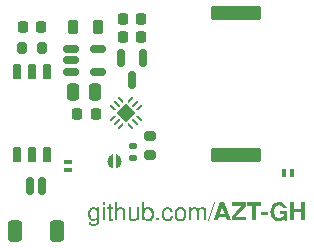
<source format=gbr>
%TF.GenerationSoftware,KiCad,Pcbnew,9.0.6*%
%TF.CreationDate,2025-12-27T16:00:58+00:00*%
%TF.ProjectId,AZUltra,415a556c-7472-4612-9e6b-696361645f70,rev?*%
%TF.SameCoordinates,Original*%
%TF.FileFunction,Soldermask,Top*%
%TF.FilePolarity,Negative*%
%FSLAX46Y46*%
G04 Gerber Fmt 4.6, Leading zero omitted, Abs format (unit mm)*
G04 Created by KiCad (PCBNEW 9.0.6) date 2025-12-27 16:00:58*
%MOMM*%
%LPD*%
G01*
G04 APERTURE LIST*
G04 Aperture macros list*
%AMRoundRect*
0 Rectangle with rounded corners*
0 $1 Rounding radius*
0 $2 $3 $4 $5 $6 $7 $8 $9 X,Y pos of 4 corners*
0 Add a 4 corners polygon primitive as box body*
4,1,4,$2,$3,$4,$5,$6,$7,$8,$9,$2,$3,0*
0 Add four circle primitives for the rounded corners*
1,1,$1+$1,$2,$3*
1,1,$1+$1,$4,$5*
1,1,$1+$1,$6,$7*
1,1,$1+$1,$8,$9*
0 Add four rect primitives between the rounded corners*
20,1,$1+$1,$2,$3,$4,$5,0*
20,1,$1+$1,$4,$5,$6,$7,0*
20,1,$1+$1,$6,$7,$8,$9,0*
20,1,$1+$1,$8,$9,$2,$3,0*%
%AMRotRect*
0 Rectangle, with rotation*
0 The origin of the aperture is its center*
0 $1 length*
0 $2 width*
0 $3 Rotation angle, in degrees counterclockwise*
0 Add horizontal line*
21,1,$1,$2,0,0,$3*%
%AMFreePoly0*
4,1,14,0.168787,0.091213,0.291213,-0.031213,0.300000,-0.052426,0.300001,-0.070000,0.291213,-0.091213,0.270000,-0.100000,-0.270000,-0.100000,-0.291213,-0.091213,-0.300001,-0.070000,-0.300001,0.070000,-0.291213,0.091213,-0.270000,0.100000,0.147574,0.100000,0.168787,0.091213,0.168787,0.091213,$1*%
%AMFreePoly1*
4,1,14,0.291213,0.091213,0.300001,0.070000,0.300000,0.052426,0.291213,0.031213,0.168787,-0.091213,0.147574,-0.100000,-0.270000,-0.100000,-0.291213,-0.091213,-0.300001,-0.070000,-0.300001,0.070000,-0.291213,0.091213,-0.270000,0.100000,0.270000,0.100000,0.291213,0.091213,0.291213,0.091213,$1*%
%AMFreePoly2*
4,1,14,0.091213,0.291213,0.100000,0.270000,0.100000,-0.270000,0.091213,-0.291213,0.070000,-0.300001,-0.070000,-0.300001,-0.091213,-0.291213,-0.100000,-0.270000,-0.100000,0.147574,-0.091213,0.168787,0.031213,0.291213,0.052426,0.300000,0.070000,0.300001,0.091213,0.291213,0.091213,0.291213,$1*%
%AMFreePoly3*
4,1,14,-0.031213,0.291213,0.091213,0.168787,0.100000,0.147574,0.100000,-0.270000,0.091213,-0.291213,0.070000,-0.300001,-0.070000,-0.300001,-0.091213,-0.291213,-0.100000,-0.270000,-0.100000,0.270000,-0.091213,0.291213,-0.070000,0.300001,-0.052426,0.300000,-0.031213,0.291213,-0.031213,0.291213,$1*%
%AMFreePoly4*
4,1,14,0.291213,0.091213,0.300001,0.070000,0.300001,-0.070000,0.291213,-0.091213,0.270000,-0.100000,-0.147574,-0.100000,-0.168787,-0.091213,-0.291213,0.031213,-0.300000,0.052426,-0.300001,0.070000,-0.291213,0.091213,-0.270000,0.100000,0.270000,0.100000,0.291213,0.091213,0.291213,0.091213,$1*%
%AMFreePoly5*
4,1,14,0.291213,0.091213,0.300001,0.070000,0.300001,-0.070000,0.291213,-0.091213,0.270000,-0.100000,-0.270000,-0.100000,-0.291213,-0.091213,-0.300001,-0.070000,-0.300000,-0.052426,-0.291213,-0.031213,-0.168787,0.091213,-0.147574,0.100000,0.270000,0.100000,0.291213,0.091213,0.291213,0.091213,$1*%
%AMFreePoly6*
4,1,14,0.091213,0.291213,0.100000,0.270000,0.100000,-0.147574,0.091213,-0.168787,-0.031213,-0.291213,-0.052426,-0.300000,-0.070000,-0.300001,-0.091213,-0.291213,-0.100000,-0.270000,-0.100000,0.270000,-0.091213,0.291213,-0.070000,0.300001,0.070000,0.300001,0.091213,0.291213,0.091213,0.291213,$1*%
%AMFreePoly7*
4,1,14,0.091213,0.291213,0.100000,0.270000,0.100000,-0.270000,0.091213,-0.291213,0.070000,-0.300001,0.052426,-0.300000,0.031213,-0.291213,-0.091213,-0.168787,-0.100000,-0.147574,-0.100000,0.270000,-0.091213,0.291213,-0.070000,0.300001,0.070000,0.300001,0.091213,0.291213,0.091213,0.291213,$1*%
G04 Aperture macros list end*
%ADD10C,0.300000*%
%ADD11C,0.187500*%
%ADD12RoundRect,0.218750X0.218750X0.381250X-0.218750X0.381250X-0.218750X-0.381250X0.218750X-0.381250X0*%
%ADD13RoundRect,0.135000X0.185000X-0.135000X0.185000X0.135000X-0.185000X0.135000X-0.185000X-0.135000X0*%
%ADD14RoundRect,0.218750X0.218750X0.256250X-0.218750X0.256250X-0.218750X-0.256250X0.218750X-0.256250X0*%
%ADD15RoundRect,0.150000X-0.150000X0.587500X-0.150000X-0.587500X0.150000X-0.587500X0.150000X0.587500X0*%
%ADD16RoundRect,0.114000X0.266000X0.521000X-0.266000X0.521000X-0.266000X-0.521000X0.266000X-0.521000X0*%
%ADD17RoundRect,0.180000X-1.920000X-0.420000X1.920000X-0.420000X1.920000X0.420000X-1.920000X0.420000X0*%
%ADD18RoundRect,0.100000X-0.100000X-0.250000X0.100000X-0.250000X0.100000X0.250000X-0.100000X0.250000X0*%
%ADD19RoundRect,0.150000X-0.512500X-0.150000X0.512500X-0.150000X0.512500X0.150000X-0.512500X0.150000X0*%
%ADD20RoundRect,0.225000X0.225000X0.250000X-0.225000X0.250000X-0.225000X-0.250000X0.225000X-0.250000X0*%
%ADD21RoundRect,0.250000X0.250000X0.475000X-0.250000X0.475000X-0.250000X-0.475000X0.250000X-0.475000X0*%
%ADD22RoundRect,0.225000X-0.225000X-0.250000X0.225000X-0.250000X0.225000X0.250000X-0.225000X0.250000X0*%
%ADD23FreePoly0,225.000000*%
%ADD24RoundRect,0.050000X0.141421X0.212132X-0.212132X-0.141421X-0.141421X-0.212132X0.212132X0.141421X0*%
%ADD25FreePoly1,225.000000*%
%ADD26FreePoly2,225.000000*%
%ADD27RoundRect,0.050000X-0.141421X0.212132X-0.212132X0.141421X0.141421X-0.212132X0.212132X-0.141421X0*%
%ADD28FreePoly3,225.000000*%
%ADD29FreePoly4,225.000000*%
%ADD30FreePoly5,225.000000*%
%ADD31FreePoly6,225.000000*%
%ADD32FreePoly7,225.000000*%
%ADD33RotRect,1.100000X1.100000X225.000000*%
%ADD34RoundRect,0.150000X-0.150000X-0.625000X0.150000X-0.625000X0.150000X0.625000X-0.150000X0.625000X0*%
%ADD35RoundRect,0.250000X-0.350000X-0.650000X0.350000X-0.650000X0.350000X0.650000X-0.350000X0.650000X0*%
%ADD36RoundRect,0.200000X0.275000X-0.200000X0.275000X0.200000X-0.275000X0.200000X-0.275000X-0.200000X0*%
%ADD37RoundRect,0.100000X-0.250000X0.100000X-0.250000X-0.100000X0.250000X-0.100000X0.250000X0.100000X0*%
%ADD38RoundRect,0.200000X-0.200000X-0.275000X0.200000X-0.275000X0.200000X0.275000X-0.200000X0.275000X0*%
G04 APERTURE END LIST*
D10*
G36*
X162026264Y-92545000D02*
G01*
X161702856Y-92545000D01*
X161602015Y-92234323D01*
X161028746Y-92234323D01*
X160925889Y-92545000D01*
X160604588Y-92545000D01*
X160808311Y-91971914D01*
X161116948Y-91971914D01*
X161515919Y-91971914D01*
X161316434Y-91375290D01*
X161116948Y-91971914D01*
X160808311Y-91971914D01*
X161148456Y-91015062D01*
X161497051Y-91015062D01*
X162026264Y-92545000D01*
G37*
G36*
X163303960Y-91015062D02*
G01*
X162153118Y-91015062D01*
X162153118Y-91277562D01*
X162936405Y-91277562D01*
X162153118Y-92282591D01*
X162153118Y-92545000D01*
X163303960Y-92545000D01*
X163303960Y-92282591D01*
X162522780Y-92282591D01*
X163303960Y-91277562D01*
X163303960Y-91015062D01*
G37*
G36*
X164180944Y-91277562D02*
G01*
X164628183Y-91277562D01*
X164628183Y-91015062D01*
X163401779Y-91015062D01*
X163401779Y-91277562D01*
X163865963Y-91277562D01*
X163865963Y-92545000D01*
X164180944Y-92545000D01*
X164180944Y-91277562D01*
G37*
G36*
X165174982Y-91827750D02*
G01*
X164603820Y-91827750D01*
X164603820Y-92111224D01*
X165174982Y-92111224D01*
X165174982Y-91827750D01*
G37*
G36*
X166804296Y-91724344D02*
G01*
X166191093Y-91724344D01*
X166191093Y-91986844D01*
X166539689Y-91986844D01*
X166530962Y-92044552D01*
X166516418Y-92093217D01*
X166476643Y-92162425D01*
X166464126Y-92177811D01*
X166396259Y-92242005D01*
X166312124Y-92290116D01*
X166265546Y-92306732D01*
X166217237Y-92317722D01*
X166151251Y-92323166D01*
X166101058Y-92320272D01*
X166053070Y-92311741D01*
X165964168Y-92278517D01*
X165885494Y-92224516D01*
X165818632Y-92150289D01*
X165765935Y-92056442D01*
X165730331Y-91944190D01*
X165719882Y-91881619D01*
X165714877Y-91815637D01*
X165714453Y-91789465D01*
X165717360Y-91714526D01*
X165725984Y-91644564D01*
X165739509Y-91582268D01*
X165758041Y-91524920D01*
X165780367Y-91474798D01*
X165807058Y-91429533D01*
X165836767Y-91390693D01*
X165870315Y-91356635D01*
X165906643Y-91328151D01*
X165946437Y-91304478D01*
X166035475Y-91272207D01*
X166138517Y-91260452D01*
X166142825Y-91260435D01*
X166198906Y-91263354D01*
X166251662Y-91272066D01*
X166298974Y-91285812D01*
X166342850Y-91304768D01*
X166413751Y-91352850D01*
X166446787Y-91385567D01*
X166473134Y-91423639D01*
X166508182Y-91506082D01*
X166804296Y-91506082D01*
X166794173Y-91445771D01*
X166778683Y-91388622D01*
X166758188Y-91335194D01*
X166732753Y-91285127D01*
X166667824Y-91195680D01*
X166584581Y-91120699D01*
X166483272Y-91061158D01*
X166364036Y-91018667D01*
X166227257Y-90995373D01*
X166140718Y-90991615D01*
X166069530Y-90994517D01*
X166001032Y-91003109D01*
X165935679Y-91017141D01*
X165873302Y-91036471D01*
X165814177Y-91060872D01*
X165758326Y-91090212D01*
X165656956Y-91163124D01*
X165570223Y-91254243D01*
X165499420Y-91362750D01*
X165446127Y-91487820D01*
X165412152Y-91628484D01*
X165402998Y-91704449D01*
X165399426Y-91783533D01*
X165399380Y-91793678D01*
X165402276Y-91871040D01*
X165410823Y-91945769D01*
X165424879Y-92017917D01*
X165444207Y-92086935D01*
X165468616Y-92152636D01*
X165497878Y-92214725D01*
X165531668Y-92272787D01*
X165569857Y-92326786D01*
X165611921Y-92376150D01*
X165657907Y-92421043D01*
X165707085Y-92460849D01*
X165759701Y-92495823D01*
X165814882Y-92525420D01*
X165873030Y-92549860D01*
X165933239Y-92568741D01*
X165995972Y-92582162D01*
X166115531Y-92591894D01*
X166184123Y-92588924D01*
X166247777Y-92579860D01*
X166301742Y-92566127D01*
X166352294Y-92546985D01*
X166397908Y-92523358D01*
X166440955Y-92494429D01*
X166521347Y-92419066D01*
X166577516Y-92346247D01*
X166615343Y-92547839D01*
X166804296Y-92547839D01*
X166804296Y-91724344D01*
G37*
G36*
X168011374Y-91852021D02*
G01*
X168011374Y-92545000D01*
X168326356Y-92545000D01*
X168326356Y-91015062D01*
X168009268Y-91015062D01*
X168009268Y-91589521D01*
X167404492Y-91589521D01*
X167404492Y-91015062D01*
X167089510Y-91015062D01*
X167089510Y-92545000D01*
X167404492Y-92545000D01*
X167404492Y-91852021D01*
X168011374Y-91852021D01*
G37*
D11*
G36*
X150511672Y-91422557D02*
G01*
X150553510Y-91434714D01*
X150592769Y-91452190D01*
X150631976Y-91476689D01*
X150669062Y-91507467D01*
X150709514Y-91550700D01*
X150748316Y-91602619D01*
X150748316Y-91442976D01*
X150910066Y-91442976D01*
X150910066Y-92363191D01*
X150903907Y-92534608D01*
X150883092Y-92673633D01*
X150848223Y-92776113D01*
X150823751Y-92820942D01*
X150794569Y-92861538D01*
X150744715Y-92909826D01*
X150705035Y-92936314D01*
X150660197Y-92958652D01*
X150608665Y-92977224D01*
X150552588Y-92990839D01*
X150491602Y-92999334D01*
X150427015Y-93002222D01*
X150409868Y-93002000D01*
X150296987Y-92988146D01*
X150202210Y-92955034D01*
X150125766Y-92905381D01*
X150067630Y-92840945D01*
X150045504Y-92803379D01*
X150028268Y-92762447D01*
X150016008Y-92717751D01*
X150009176Y-92669930D01*
X150187687Y-92669930D01*
X150194511Y-92705670D01*
X150220975Y-92768027D01*
X150240411Y-92792683D01*
X150264104Y-92813168D01*
X150294538Y-92830665D01*
X150330106Y-92843443D01*
X150377185Y-92852361D01*
X150431228Y-92855310D01*
X150519247Y-92847900D01*
X150591719Y-92824060D01*
X150621128Y-92805952D01*
X150646753Y-92783362D01*
X150670001Y-92754217D01*
X150689274Y-92719580D01*
X150706645Y-92672964D01*
X150719261Y-92618556D01*
X150728553Y-92541210D01*
X150731555Y-92451210D01*
X150731555Y-92394607D01*
X150656207Y-92489126D01*
X150585414Y-92546130D01*
X150547635Y-92565783D01*
X150507803Y-92579807D01*
X150461736Y-92588918D01*
X150412360Y-92591894D01*
X150362635Y-92588476D01*
X150317256Y-92579156D01*
X150273331Y-92564056D01*
X150230164Y-92542777D01*
X150189019Y-92515739D01*
X150149192Y-92482182D01*
X150112033Y-92442875D01*
X150068804Y-92385063D01*
X150040768Y-92336632D01*
X150017724Y-92284999D01*
X149998917Y-92227343D01*
X149985349Y-92165390D01*
X149976408Y-92092426D01*
X149973456Y-92013313D01*
X149973835Y-92002872D01*
X150156180Y-92002872D01*
X150156412Y-92024678D01*
X150169492Y-92156156D01*
X150199292Y-92257733D01*
X150242144Y-92333146D01*
X150296260Y-92386089D01*
X150327723Y-92404960D01*
X150362078Y-92418685D01*
X150400465Y-92427327D01*
X150441761Y-92430236D01*
X150517559Y-92420262D01*
X150552971Y-92407316D01*
X150585448Y-92389219D01*
X150615854Y-92365216D01*
X150642935Y-92335967D01*
X150667907Y-92299380D01*
X150688924Y-92257206D01*
X150706876Y-92206170D01*
X150720050Y-92149134D01*
X150728651Y-92082271D01*
X150731555Y-92009100D01*
X150731185Y-91980849D01*
X150717523Y-91848297D01*
X150687542Y-91746974D01*
X150644684Y-91672122D01*
X150590352Y-91619543D01*
X150558479Y-91600702D01*
X150523617Y-91587014D01*
X150484233Y-91578332D01*
X150441761Y-91575416D01*
X150368806Y-91585096D01*
X150333876Y-91597995D01*
X150301830Y-91616102D01*
X150271641Y-91640319D01*
X150244747Y-91669872D01*
X150219820Y-91707059D01*
X150198842Y-91749946D01*
X150180874Y-91802002D01*
X150167693Y-91860160D01*
X150159084Y-91928339D01*
X150156180Y-92002872D01*
X149973835Y-92002872D01*
X149976034Y-91942369D01*
X149997376Y-91804960D01*
X150037683Y-91686608D01*
X150093583Y-91589124D01*
X150162014Y-91513116D01*
X150240735Y-91458470D01*
X150328509Y-91425106D01*
X150375664Y-91416562D01*
X150424908Y-91413667D01*
X150511672Y-91422557D01*
G37*
G36*
X151381485Y-91442976D02*
G01*
X151207187Y-91442976D01*
X151207187Y-92545000D01*
X151381485Y-92545000D01*
X151381485Y-91442976D01*
G37*
G36*
X151381485Y-91015062D02*
G01*
X151205081Y-91015062D01*
X151205081Y-91235614D01*
X151381485Y-91235614D01*
X151381485Y-91015062D01*
G37*
G36*
X152065853Y-91442976D02*
G01*
X151885236Y-91442976D01*
X151885236Y-91140634D01*
X151710938Y-91140634D01*
X151710938Y-91442976D01*
X151561828Y-91442976D01*
X151561828Y-91585858D01*
X151710938Y-91585858D01*
X151710938Y-92417596D01*
X151713847Y-92454232D01*
X151722488Y-92486714D01*
X151735605Y-92513219D01*
X151753494Y-92535986D01*
X151802524Y-92569789D01*
X151873002Y-92588835D01*
X151923063Y-92591894D01*
X151987942Y-92588699D01*
X152061262Y-92578056D01*
X152065853Y-92577240D01*
X152065853Y-92430236D01*
X151981864Y-92438662D01*
X151940295Y-92435376D01*
X151911886Y-92424099D01*
X151899826Y-92411905D01*
X151891706Y-92395144D01*
X151885236Y-92339927D01*
X151885236Y-91585858D01*
X152065853Y-91585858D01*
X152065853Y-91442976D01*
G37*
G36*
X152249494Y-91015062D02*
G01*
X152249494Y-92545000D01*
X152423791Y-92545000D01*
X152423791Y-91938483D01*
X152426681Y-91879063D01*
X152435184Y-91823829D01*
X152448624Y-91774365D01*
X152466922Y-91729459D01*
X152488995Y-91690685D01*
X152515182Y-91656696D01*
X152544203Y-91628643D01*
X152576686Y-91605539D01*
X152611612Y-91587963D01*
X152649496Y-91575565D01*
X152722012Y-91566990D01*
X152763636Y-91569889D01*
X152803097Y-91578458D01*
X152839101Y-91592222D01*
X152871677Y-91611096D01*
X152877442Y-91615259D01*
X152902121Y-91637481D01*
X152921239Y-91663007D01*
X152943439Y-91722456D01*
X152948791Y-91783145D01*
X152948791Y-92545000D01*
X153123089Y-92545000D01*
X153123089Y-91713902D01*
X153120190Y-91667852D01*
X153111621Y-91625041D01*
X153098020Y-91586655D01*
X153079406Y-91551667D01*
X153028505Y-91493098D01*
X152959241Y-91449363D01*
X152870798Y-91421950D01*
X152776600Y-91413667D01*
X152713851Y-91416706D01*
X152657280Y-91426255D01*
X152613205Y-91439958D01*
X152571995Y-91459221D01*
X152497561Y-91513855D01*
X152423791Y-91596391D01*
X152423791Y-91015062D01*
X152249494Y-91015062D01*
G37*
G36*
X154281258Y-92545000D02*
G01*
X154281258Y-91442976D01*
X154106960Y-91442976D01*
X154106960Y-92067627D01*
X154104069Y-92126891D01*
X154095555Y-92182007D01*
X154082105Y-92231330D01*
X154063780Y-92276133D01*
X154041680Y-92314806D01*
X154015441Y-92348731D01*
X153986347Y-92376749D01*
X153953752Y-92399852D01*
X153918660Y-92417463D01*
X153880555Y-92429923D01*
X153806633Y-92438662D01*
X153763623Y-92435776D01*
X153724410Y-92427298D01*
X153690375Y-92414039D01*
X153660410Y-92396049D01*
X153635376Y-92374203D01*
X153614688Y-92348322D01*
X153587394Y-92285734D01*
X153579854Y-92222324D01*
X153579854Y-91442976D01*
X153405556Y-91442976D01*
X153405556Y-92291567D01*
X153408451Y-92336537D01*
X153416995Y-92378512D01*
X153430658Y-92416595D01*
X153449350Y-92451434D01*
X153500764Y-92510453D01*
X153570813Y-92554978D01*
X153659845Y-92583123D01*
X153756258Y-92591894D01*
X153816548Y-92589442D01*
X153871643Y-92580676D01*
X153916564Y-92567379D01*
X153958578Y-92548582D01*
X154033891Y-92495315D01*
X154107940Y-92413301D01*
X154123722Y-92391768D01*
X154123722Y-92545000D01*
X154281258Y-92545000D01*
G37*
G36*
X154723277Y-91594284D02*
G01*
X154728454Y-91586593D01*
X154792948Y-91510776D01*
X154866002Y-91458264D01*
X154907990Y-91439259D01*
X154953212Y-91425575D01*
X155006179Y-91416621D01*
X155063446Y-91413667D01*
X155105074Y-91415210D01*
X155208185Y-91434146D01*
X155254843Y-91451338D01*
X155298281Y-91473511D01*
X155338806Y-91500844D01*
X155375827Y-91532986D01*
X155410030Y-91570779D01*
X155440322Y-91613327D01*
X155467414Y-91662175D01*
X155490069Y-91715780D01*
X155508732Y-91776192D01*
X155522345Y-91841349D01*
X155530953Y-91913461D01*
X155533858Y-91990232D01*
X155529977Y-92078593D01*
X155506832Y-92213168D01*
X155465473Y-92327238D01*
X155408645Y-92420712D01*
X155338402Y-92493974D01*
X155255898Y-92547320D01*
X155210112Y-92566476D01*
X155161478Y-92580402D01*
X155109564Y-92588992D01*
X155055020Y-92591894D01*
X155039438Y-92591681D01*
X154939292Y-92578383D01*
X154853420Y-92544946D01*
X154813729Y-92519778D01*
X154776855Y-92489123D01*
X154740193Y-92449997D01*
X154706424Y-92404407D01*
X154706424Y-92545000D01*
X154548979Y-92545000D01*
X154548979Y-92002872D01*
X154723277Y-92002872D01*
X154723956Y-92036095D01*
X154739696Y-92157328D01*
X154773148Y-92255284D01*
X154820575Y-92330354D01*
X154879500Y-92383853D01*
X154949095Y-92416682D01*
X154988216Y-92425233D01*
X155029832Y-92428129D01*
X155043002Y-92427858D01*
X155084794Y-92423213D01*
X155124241Y-92412998D01*
X155161877Y-92397084D01*
X155196688Y-92375870D01*
X155229479Y-92348657D01*
X155258834Y-92316334D01*
X155285383Y-92277771D01*
X155307780Y-92234335D01*
X155326225Y-92184924D01*
X155339771Y-92131023D01*
X155348248Y-92072028D01*
X155351133Y-92009100D01*
X155349857Y-91964218D01*
X155332226Y-91845572D01*
X155296958Y-91749297D01*
X155247525Y-91675052D01*
X155186196Y-91621796D01*
X155151359Y-91602813D01*
X155113744Y-91588976D01*
X155073058Y-91580420D01*
X155029832Y-91577523D01*
X155023305Y-91577592D01*
X154982432Y-91581306D01*
X154944027Y-91590542D01*
X154907656Y-91605384D01*
X154874118Y-91625512D01*
X154842430Y-91651793D01*
X154814115Y-91683314D01*
X154788208Y-91721756D01*
X154766371Y-91765430D01*
X154748102Y-91816367D01*
X154734692Y-91872406D01*
X154726169Y-91935259D01*
X154723277Y-92002872D01*
X154548979Y-92002872D01*
X154548979Y-91015062D01*
X154723277Y-91015062D01*
X154723277Y-91594284D01*
G37*
G36*
X155959207Y-92326646D02*
G01*
X155740762Y-92326646D01*
X155740762Y-92545000D01*
X155959207Y-92545000D01*
X155959207Y-92326646D01*
G37*
G36*
X157130382Y-91814286D02*
G01*
X157121991Y-91744701D01*
X157108368Y-91685367D01*
X157091827Y-91639892D01*
X157070773Y-91599001D01*
X157056926Y-91577523D01*
X156994656Y-91512110D01*
X156913770Y-91460876D01*
X156816236Y-91426991D01*
X156762100Y-91417587D01*
X156705448Y-91413749D01*
X156695690Y-91413667D01*
X156639393Y-91416569D01*
X156585898Y-91425164D01*
X156535998Y-91439055D01*
X156489088Y-91458159D01*
X156405008Y-91511145D01*
X156333793Y-91583615D01*
X156276346Y-91675799D01*
X156234471Y-91788159D01*
X156210729Y-91920838D01*
X156206411Y-92013313D01*
X156209312Y-92087634D01*
X156217897Y-92157725D01*
X156231573Y-92221804D01*
X156250321Y-92281462D01*
X156273249Y-92335035D01*
X156300662Y-92384063D01*
X156331504Y-92427247D01*
X156366310Y-92465791D01*
X156404115Y-92498889D01*
X156445458Y-92527218D01*
X156489760Y-92550419D01*
X156537275Y-92568638D01*
X156641733Y-92589547D01*
X156693584Y-92591894D01*
X156753797Y-92588986D01*
X156810273Y-92580353D01*
X156861213Y-92566685D01*
X156908395Y-92547913D01*
X156950677Y-92524801D01*
X156989143Y-92497066D01*
X157053568Y-92428971D01*
X157101921Y-92343434D01*
X157133224Y-92239334D01*
X157143021Y-92166270D01*
X156966617Y-92166270D01*
X156954130Y-92223233D01*
X156936874Y-92273282D01*
X156917017Y-92312861D01*
X156893232Y-92346701D01*
X156867398Y-92373196D01*
X156838141Y-92394652D01*
X156770758Y-92422127D01*
X156697797Y-92430236D01*
X156653575Y-92427332D01*
X156612362Y-92418726D01*
X156575240Y-92405027D01*
X156541177Y-92386226D01*
X156482694Y-92333984D01*
X156436629Y-92261015D01*
X156404543Y-92165047D01*
X156389681Y-92043832D01*
X156389135Y-92013313D01*
X156392037Y-91939788D01*
X156400630Y-91872257D01*
X156413877Y-91813993D01*
X156431938Y-91761558D01*
X156453198Y-91717735D01*
X156478469Y-91679439D01*
X156505937Y-91648480D01*
X156536778Y-91622769D01*
X156569639Y-91603077D01*
X156605452Y-91588547D01*
X156685171Y-91575523D01*
X156693584Y-91575416D01*
X156738730Y-91578324D01*
X156780029Y-91586957D01*
X156815646Y-91600362D01*
X156847563Y-91618707D01*
X156898897Y-91668416D01*
X156935292Y-91736765D01*
X156954069Y-91814286D01*
X157130382Y-91814286D01*
G37*
G36*
X157845438Y-91417087D02*
G01*
X157952569Y-91439235D01*
X158043963Y-91480536D01*
X158084440Y-91508346D01*
X158121256Y-91540797D01*
X158155085Y-91578739D01*
X158184947Y-91621383D01*
X158211718Y-91670621D01*
X158234053Y-91724762D01*
X158252627Y-91786702D01*
X158266153Y-91853826D01*
X158274829Y-91929777D01*
X158277743Y-92011207D01*
X158273929Y-92097854D01*
X158251294Y-92227792D01*
X158210809Y-92336620D01*
X158154622Y-92425588D01*
X158083811Y-92495806D01*
X158042855Y-92524105D01*
X157998365Y-92547654D01*
X157949642Y-92566589D01*
X157897475Y-92580360D01*
X157840460Y-92588987D01*
X157780037Y-92591894D01*
X157716927Y-92588779D01*
X157610200Y-92566899D01*
X157518288Y-92525460D01*
X157477395Y-92497471D01*
X157440133Y-92464816D01*
X157405910Y-92426745D01*
X157375662Y-92384018D01*
X157348650Y-92335032D01*
X157326094Y-92281297D01*
X157307460Y-92220454D01*
X157293880Y-92154730D01*
X157285240Y-92081295D01*
X157282331Y-92002872D01*
X157465055Y-92002872D01*
X157465982Y-92042728D01*
X157482240Y-92163878D01*
X157515644Y-92260163D01*
X157562962Y-92333551D01*
X157622544Y-92386105D01*
X157657025Y-92404980D01*
X157694480Y-92418725D01*
X157735820Y-92427332D01*
X157780037Y-92430236D01*
X157791020Y-92430060D01*
X157872979Y-92416286D01*
X157910042Y-92401322D01*
X157944139Y-92381206D01*
X157975993Y-92355299D01*
X158004410Y-92324300D01*
X158030250Y-92286700D01*
X158052010Y-92243963D01*
X158070220Y-92193993D01*
X158083585Y-92138876D01*
X158092124Y-92076495D01*
X158095019Y-92009100D01*
X158093943Y-91964872D01*
X158077414Y-91841930D01*
X158044125Y-91745165D01*
X157997211Y-91671873D01*
X157938078Y-91619508D01*
X157903688Y-91600665D01*
X157866265Y-91586951D01*
X157824654Y-91578324D01*
X157780037Y-91575416D01*
X157767570Y-91575639D01*
X157685592Y-91589632D01*
X157648749Y-91604605D01*
X157614918Y-91624692D01*
X157583347Y-91650568D01*
X157555220Y-91681548D01*
X157529573Y-91719320D01*
X157507995Y-91762332D01*
X157489838Y-91813056D01*
X157476520Y-91869158D01*
X157467954Y-91933321D01*
X157465055Y-92002872D01*
X157282331Y-92002872D01*
X157286387Y-91911160D01*
X157309235Y-91779168D01*
X157349633Y-91669332D01*
X157405425Y-91580001D01*
X157475601Y-91509735D01*
X157516208Y-91481445D01*
X157560327Y-91457921D01*
X157608758Y-91438984D01*
X157660640Y-91425220D01*
X157717559Y-91416576D01*
X157777930Y-91413667D01*
X157845438Y-91417087D01*
G37*
G36*
X158520184Y-91442976D02*
G01*
X158520184Y-92545000D01*
X158696589Y-92545000D01*
X158696589Y-91853121D01*
X158707764Y-91769543D01*
X158740387Y-91693569D01*
X158764012Y-91660253D01*
X158791764Y-91631181D01*
X158822817Y-91607110D01*
X158856987Y-91588219D01*
X158892531Y-91575365D01*
X158930143Y-91568282D01*
X158954876Y-91566990D01*
X158996006Y-91569895D01*
X159032828Y-91578508D01*
X159063324Y-91591634D01*
X159089801Y-91609516D01*
X159129357Y-91657430D01*
X159152790Y-91723532D01*
X159158574Y-91787358D01*
X159158574Y-92545000D01*
X159334979Y-92545000D01*
X159334979Y-91854494D01*
X159346154Y-91770289D01*
X159378727Y-91693996D01*
X159402291Y-91660604D01*
X159429969Y-91631475D01*
X159460941Y-91607357D01*
X159495024Y-91588417D01*
X159530515Y-91575497D01*
X159568076Y-91568339D01*
X159593357Y-91566990D01*
X159633411Y-91569888D01*
X159669532Y-91578450D01*
X159700061Y-91591663D01*
X159726715Y-91609647D01*
X159767087Y-91658032D01*
X159791119Y-91724223D01*
X159797056Y-91787358D01*
X159797056Y-92545000D01*
X159973368Y-92545000D01*
X159973368Y-91720222D01*
X159970454Y-91667576D01*
X159961779Y-91619582D01*
X159948482Y-91578854D01*
X159930281Y-91542399D01*
X159908304Y-91511541D01*
X159881969Y-91484763D01*
X159817040Y-91443972D01*
X159733143Y-91419706D01*
X159654173Y-91413667D01*
X159592235Y-91416715D01*
X159536660Y-91426329D01*
X159493654Y-91440062D01*
X159453266Y-91459391D01*
X159378307Y-91515165D01*
X159316111Y-91581736D01*
X159288152Y-91537397D01*
X159257149Y-91500270D01*
X159226560Y-91473051D01*
X159192835Y-91451184D01*
X159117031Y-91423319D01*
X159019997Y-91413667D01*
X158964179Y-91415848D01*
X158912841Y-91424254D01*
X158869981Y-91437383D01*
X158829854Y-91456002D01*
X158757525Y-91509211D01*
X158687190Y-91590978D01*
X158681934Y-91598406D01*
X158681934Y-91442976D01*
X158520184Y-91442976D01*
G37*
G36*
X160602416Y-91015062D02*
G01*
X160104710Y-92586032D01*
X160220206Y-92586032D01*
X160717912Y-91015062D01*
X160602416Y-91015062D01*
G37*
D12*
%TO.C,L1*%
X150820000Y-76140000D03*
X148695000Y-76140000D03*
%TD*%
D13*
%TO.C,R3*%
X153740000Y-87230000D03*
X153740000Y-86210000D03*
%TD*%
D14*
%TO.C,D1*%
X146000000Y-76200000D03*
X144425000Y-76200000D03*
%TD*%
D15*
%TO.C,Q1*%
X154625000Y-78750000D03*
X152725000Y-78750000D03*
X153675000Y-80625000D03*
%TD*%
D16*
%TO.C,SW1*%
X146460000Y-86990000D03*
X145190000Y-86990000D03*
X143920000Y-86990000D03*
X146500000Y-80000000D03*
X145230000Y-80000000D03*
X143960000Y-80000000D03*
%TD*%
D17*
%TO.C,BZ1*%
X162500000Y-87000000D03*
X162500000Y-75000000D03*
%TD*%
D18*
%TO.C,D2*%
X166525000Y-88550000D03*
X167225000Y-88550000D03*
%TD*%
D19*
%TO.C,U1*%
X148500000Y-78050000D03*
X148500000Y-79000000D03*
X148500000Y-79950000D03*
X150775000Y-79950000D03*
X150775000Y-78050000D03*
%TD*%
D20*
%TO.C,C5*%
X150600000Y-83500000D03*
X149050000Y-83500000D03*
%TD*%
D21*
%TO.C,C4*%
X150550000Y-81700000D03*
X148650000Y-81700000D03*
%TD*%
D22*
%TO.C,C3*%
X152900000Y-75500000D03*
X154450000Y-75500000D03*
%TD*%
D23*
%TO.C,U2*%
X154253554Y-83053553D03*
D24*
X153900000Y-82700000D03*
D25*
X153546447Y-82346446D03*
D26*
X152768629Y-82346446D03*
D27*
X152415076Y-82700000D03*
D28*
X152061522Y-83053553D03*
D29*
X152061522Y-83831371D03*
D24*
X152415076Y-84184924D03*
D30*
X152768629Y-84538478D03*
D31*
X153546447Y-84538478D03*
D27*
X153900000Y-84184924D03*
D32*
X154253554Y-83831371D03*
D33*
X153157538Y-83442462D03*
%TD*%
D34*
%TO.C,J1*%
X145040000Y-89600000D03*
X146040000Y-89600000D03*
D35*
X143740000Y-93475000D03*
X147340000Y-93475000D03*
%TD*%
D22*
%TO.C,C2*%
X152900000Y-77000000D03*
X154450000Y-77000000D03*
%TD*%
D36*
%TO.C,R2*%
X155190000Y-87020000D03*
X155190000Y-85370000D03*
%TD*%
D37*
%TO.C,D3*%
X148300000Y-87600000D03*
X148300000Y-88300000D03*
%TD*%
D38*
%TO.C,R1*%
X144375000Y-77900000D03*
X146025000Y-77900000D03*
%TD*%
G36*
X152339798Y-86937518D02*
G01*
X152404740Y-86956961D01*
X152405997Y-86957419D01*
X152468898Y-86984552D01*
X152470093Y-86985152D01*
X152529407Y-87019396D01*
X152530524Y-87020131D01*
X152585456Y-87061027D01*
X152586481Y-87061886D01*
X152636311Y-87108898D01*
X152637228Y-87109871D01*
X152681250Y-87162334D01*
X152682049Y-87163407D01*
X152719686Y-87220631D01*
X152720355Y-87221789D01*
X152751098Y-87283005D01*
X152751627Y-87284233D01*
X152775050Y-87348586D01*
X152775434Y-87349867D01*
X152791230Y-87416521D01*
X152791462Y-87417838D01*
X152799415Y-87485864D01*
X152799493Y-87487199D01*
X152799493Y-87555696D01*
X152799415Y-87557031D01*
X152791462Y-87625057D01*
X152791230Y-87626374D01*
X152775434Y-87693028D01*
X152775050Y-87694309D01*
X152751627Y-87758662D01*
X152751098Y-87759890D01*
X152720355Y-87821106D01*
X152719686Y-87822264D01*
X152682049Y-87879488D01*
X152681250Y-87880561D01*
X152637228Y-87933024D01*
X152636311Y-87933997D01*
X152586481Y-87981009D01*
X152585456Y-87981868D01*
X152530524Y-88022764D01*
X152529407Y-88023499D01*
X152470093Y-88057743D01*
X152468898Y-88058343D01*
X152405997Y-88085476D01*
X152404740Y-88085934D01*
X152339798Y-88105377D01*
X152331042Y-88104482D01*
X152325483Y-88097658D01*
X152325000Y-88094360D01*
X152325000Y-86948535D01*
X152328368Y-86940403D01*
X152336500Y-86937035D01*
X152339798Y-86937518D01*
G37*
G36*
X152068958Y-86938413D02*
G01*
X152074517Y-86945237D01*
X152075000Y-86948535D01*
X152075000Y-88094360D01*
X152071632Y-88102492D01*
X152063500Y-88105860D01*
X152060202Y-88105377D01*
X151995259Y-88085934D01*
X151994002Y-88085476D01*
X151931101Y-88058343D01*
X151929906Y-88057743D01*
X151870592Y-88023499D01*
X151869475Y-88022764D01*
X151814543Y-87981868D01*
X151813518Y-87981009D01*
X151763688Y-87933997D01*
X151762771Y-87933024D01*
X151718749Y-87880561D01*
X151717950Y-87879488D01*
X151680313Y-87822264D01*
X151679644Y-87821106D01*
X151648901Y-87759890D01*
X151648372Y-87758662D01*
X151624949Y-87694309D01*
X151624565Y-87693028D01*
X151608769Y-87626374D01*
X151608537Y-87625057D01*
X151600575Y-87556950D01*
X151600498Y-87555782D01*
X151600002Y-87521615D01*
X151600002Y-87521281D01*
X151600498Y-87487113D01*
X151600575Y-87485945D01*
X151608537Y-87417838D01*
X151608769Y-87416521D01*
X151624565Y-87349867D01*
X151624949Y-87348586D01*
X151648372Y-87284233D01*
X151648901Y-87283005D01*
X151679644Y-87221789D01*
X151680313Y-87220631D01*
X151717950Y-87163407D01*
X151718749Y-87162334D01*
X151762771Y-87109871D01*
X151763688Y-87108898D01*
X151813518Y-87061886D01*
X151814543Y-87061027D01*
X151869475Y-87020131D01*
X151870592Y-87019396D01*
X151929906Y-86985152D01*
X151931101Y-86984552D01*
X151994002Y-86957419D01*
X151995259Y-86956961D01*
X152060202Y-86937518D01*
X152068958Y-86938413D01*
G37*
M02*

</source>
